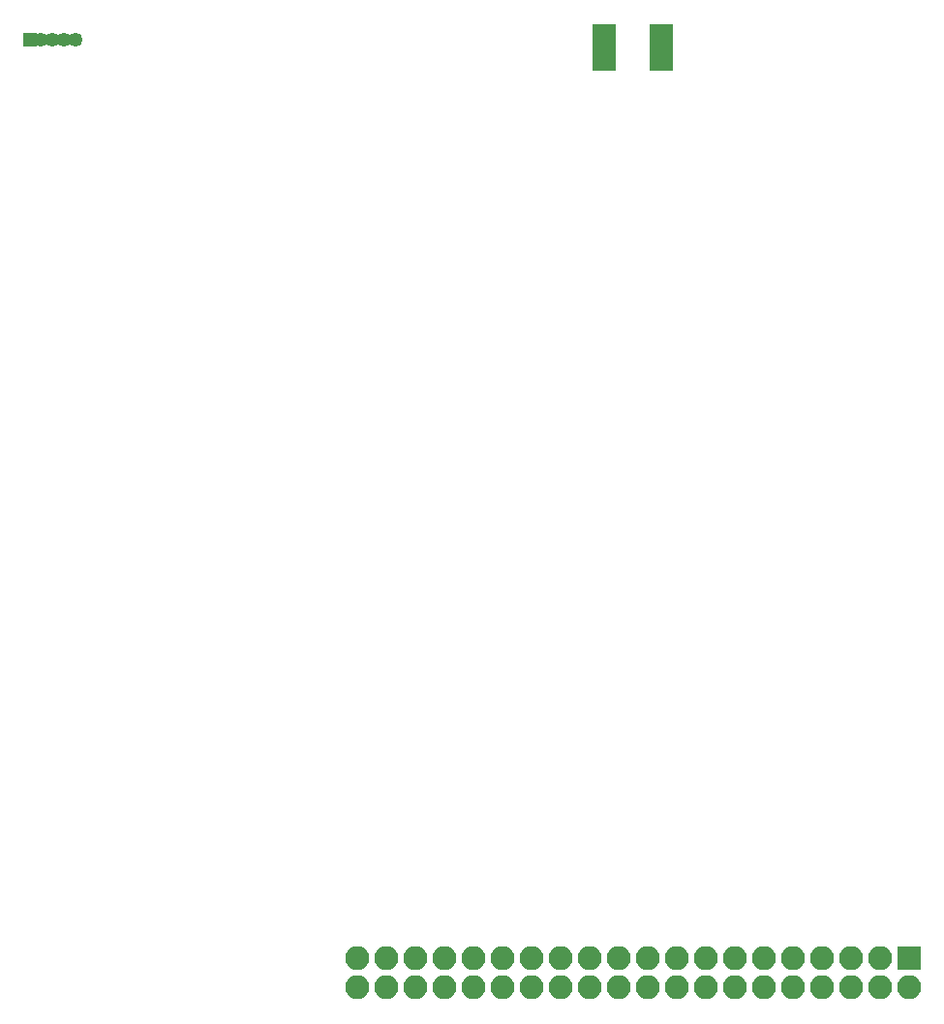
<source format=gbr>
%TF.GenerationSoftware,KiCad,Pcbnew,5.1.5+dfsg1-2build2*%
%TF.CreationDate,2021-02-28T15:53:15+02:00*%
%TF.ProjectId,msisdr,6d736973-6472-42e6-9b69-6361645f7063,Version 1.0*%
%TF.SameCoordinates,Original*%
%TF.FileFunction,Soldermask,Bot*%
%TF.FilePolarity,Negative*%
%FSLAX46Y46*%
G04 Gerber Fmt 4.6, Leading zero omitted, Abs format (unit mm)*
G04 Created by KiCad (PCBNEW 5.1.5+dfsg1-2build2) date 2021-02-28 15:53:15*
%MOMM*%
%LPD*%
G04 APERTURE LIST*
%ADD10R,2.100000X4.100000*%
%ADD11R,2.100000X2.100000*%
%ADD12O,2.100000X2.100000*%
%ADD13R,1.250000X1.250000*%
%ADD14O,1.250000X1.250000*%
G04 APERTURE END LIST*
D10*
%TO.C,J1*%
X140044800Y-61899800D03*
X145044800Y-61899800D03*
%TD*%
D11*
%TO.C,J2*%
X166725600Y-141528800D03*
D12*
X166725600Y-144068800D03*
X164185600Y-141528800D03*
X164185600Y-144068800D03*
X161645600Y-141528800D03*
X161645600Y-144068800D03*
X159105600Y-141528800D03*
X159105600Y-144068800D03*
X156565600Y-141528800D03*
X156565600Y-144068800D03*
X154025600Y-141528800D03*
X154025600Y-144068800D03*
X151485600Y-141528800D03*
X151485600Y-144068800D03*
X148945600Y-141528800D03*
X148945600Y-144068800D03*
X146405600Y-141528800D03*
X146405600Y-144068800D03*
X143865600Y-141528800D03*
X143865600Y-144068800D03*
X141325600Y-141528800D03*
X141325600Y-144068800D03*
X138785600Y-141528800D03*
X138785600Y-144068800D03*
X136245600Y-141528800D03*
X136245600Y-144068800D03*
X133705600Y-141528800D03*
X133705600Y-144068800D03*
X131165600Y-141528800D03*
X131165600Y-144068800D03*
X128625600Y-141528800D03*
X128625600Y-144068800D03*
X126085600Y-141528800D03*
X126085600Y-144068800D03*
X123545600Y-141528800D03*
X123545600Y-144068800D03*
X121005600Y-141528800D03*
X121005600Y-144068800D03*
X118465600Y-141528800D03*
X118465600Y-144068800D03*
%TD*%
D13*
%TO.C,J3*%
X89789000Y-61188600D03*
D14*
X90789000Y-61188600D03*
X91789000Y-61188600D03*
X92789000Y-61188600D03*
X93789000Y-61188600D03*
%TD*%
M02*

</source>
